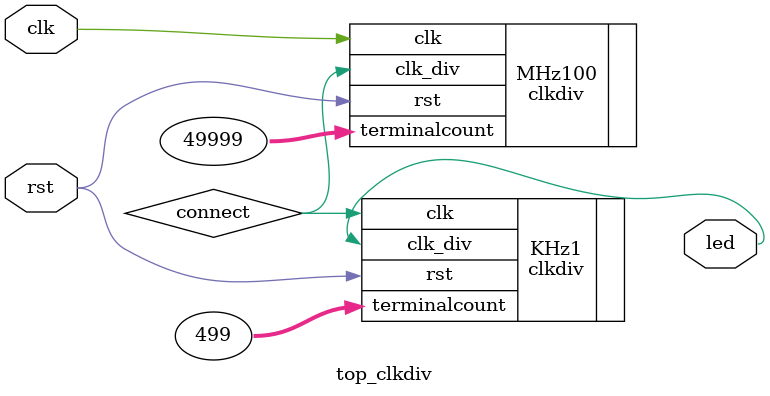
<source format=v>
`timescale 1ns / 1ps
module top_clkdiv(
    input clk, rst,
    output led
);
wire connect;

clkdiv MHz100(.clk(clk), .rst(rst), .terminalcount(50000-1), .clk_div(connect));
clkdiv KHz1(.clk(connect), .rst(rst), .terminalcount(500-1), .clk_div(led));

endmodule
</source>
